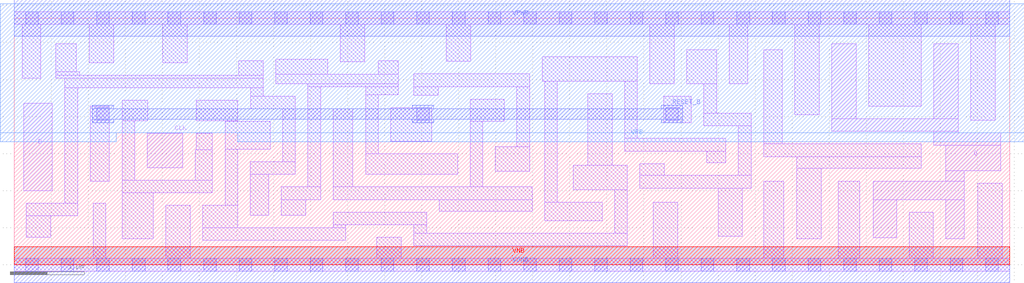
<source format=lef>
# Copyright 2020 The SkyWater PDK Authors
#
# Licensed under the Apache License, Version 2.0 (the "License");
# you may not use this file except in compliance with the License.
# You may obtain a copy of the License at
#
#     https://www.apache.org/licenses/LICENSE-2.0
#
# Unless required by applicable law or agreed to in writing, software
# distributed under the License is distributed on an "AS IS" BASIS,
# WITHOUT WARRANTIES OR CONDITIONS OF ANY KIND, either express or implied.
# See the License for the specific language governing permissions and
# limitations under the License.
#
# SPDX-License-Identifier: Apache-2.0

VERSION 5.7 ;
  NOWIREEXTENSIONATPIN ON ;
  DIVIDERCHAR "/" ;
  BUSBITCHARS "[]" ;
MACRO sky130_fd_sc_ms__dfrtp_4
  CLASS CORE ;
  FOREIGN sky130_fd_sc_ms__dfrtp_4 ;
  ORIGIN  0.000000  0.000000 ;
  SIZE  13.44000 BY  3.330000 ;
  SYMMETRY X Y R90 ;
  SITE unit ;
  PIN D
    ANTENNAGATEAREA  0.138600 ;
    DIRECTION INPUT ;
    USE SIGNAL ;
    PORT
      LAYER li1 ;
        RECT 0.125000 1.000000 0.515000 2.180000 ;
    END
  END D
  PIN Q
    ANTENNADIFFAREA  1.139900 ;
    DIRECTION OUTPUT ;
    USE SIGNAL ;
    PORT
      LAYER li1 ;
        RECT 11.035000 1.800000 12.740000 1.970000 ;
        RECT 11.035000 1.970000 11.365000 2.980000 ;
        RECT 11.595000 0.365000 11.910000 0.880000 ;
        RECT 11.595000 0.880000 12.825000 1.130000 ;
        RECT 12.410000 1.610000 13.315000 1.780000 ;
        RECT 12.410000 1.780000 12.740000 1.800000 ;
        RECT 12.410000 1.970000 12.740000 2.980000 ;
        RECT 12.575000 0.350000 12.825000 0.880000 ;
        RECT 12.575000 1.130000 12.825000 1.270000 ;
        RECT 12.575000 1.270000 13.315000 1.610000 ;
    END
  END Q
  PIN RESET_B
    ANTENNAGATEAREA  0.415800 ;
    DIRECTION INPUT ;
    USE SIGNAL ;
    PORT
      LAYER met1 ;
        RECT 1.055000 1.920000 1.345000 1.965000 ;
        RECT 1.055000 1.965000 9.025000 2.105000 ;
        RECT 1.055000 2.105000 1.345000 2.150000 ;
        RECT 5.375000 1.920000 5.665000 1.965000 ;
        RECT 5.375000 2.105000 5.665000 2.150000 ;
        RECT 8.735000 1.920000 9.025000 1.965000 ;
        RECT 8.735000 2.105000 9.025000 2.150000 ;
    END
  END RESET_B
  PIN CLK
    ANTENNAGATEAREA  0.312600 ;
    DIRECTION INPUT ;
    USE CLOCK ;
    PORT
      LAYER li1 ;
        RECT 1.795000 1.310000 2.275000 1.775000 ;
        RECT 2.045000 1.775000 2.275000 1.780000 ;
    END
  END CLK
  PIN VGND
    DIRECTION INOUT ;
    USE GROUND ;
    PORT
      LAYER met1 ;
        RECT 0.000000 -0.245000 13.440000 0.245000 ;
    END
  END VGND
  PIN VNB
    DIRECTION INOUT ;
    USE GROUND ;
    PORT
      LAYER pwell ;
        RECT 0.000000 0.000000 13.440000 0.245000 ;
    END
  END VNB
  PIN VPB
    DIRECTION INOUT ;
    USE POWER ;
    PORT
      LAYER nwell ;
        RECT -0.190000 1.660000  1.375000 1.780000 ;
        RECT -0.190000 1.780000 13.630000 3.520000 ;
        RECT  3.020000 1.660000 13.630000 1.780000 ;
    END
  END VPB
  PIN VPWR
    DIRECTION INOUT ;
    USE POWER ;
    PORT
      LAYER met1 ;
        RECT 0.000000 3.085000 13.440000 3.575000 ;
    END
  END VPWR
  OBS
    LAYER li1 ;
      RECT  0.000000 -0.085000 13.440000 0.085000 ;
      RECT  0.000000  3.245000 13.440000 3.415000 ;
      RECT  0.110000  2.520000  0.360000 3.245000 ;
      RECT  0.165000  0.370000  0.495000 0.660000 ;
      RECT  0.165000  0.660000  0.855000 0.830000 ;
      RECT  0.560000  2.520000  3.360000 2.560000 ;
      RECT  0.560000  2.560000  0.885000 2.605000 ;
      RECT  0.560000  2.605000  0.840000 2.980000 ;
      RECT  0.685000  0.830000  0.855000 2.390000 ;
      RECT  0.685000  2.390000  3.360000 2.520000 ;
      RECT  1.010000  2.730000  1.340000 3.245000 ;
      RECT  1.025000  1.130000  1.285000 2.140000 ;
      RECT  1.065000  0.085000  1.235000 0.830000 ;
      RECT  1.455000  0.350000  1.875000 0.970000 ;
      RECT  1.455000  0.970000  2.495000 0.975000 ;
      RECT  1.455000  0.975000  2.675000 1.140000 ;
      RECT  1.455000  1.140000  1.625000 1.945000 ;
      RECT  1.455000  1.945000  1.805000 2.220000 ;
      RECT  2.005000  2.730000  2.335000 3.245000 ;
      RECT  2.045000  0.085000  2.375000 0.800000 ;
      RECT  2.445000  1.140000  2.675000 1.550000 ;
      RECT  2.455000  1.550000  2.675000 1.775000 ;
      RECT  2.455000  1.945000  3.020000 2.220000 ;
      RECT  2.545000  0.330000  4.475000 0.500000 ;
      RECT  2.545000  0.500000  3.015000 0.805000 ;
      RECT  2.845000  0.805000  3.015000 1.560000 ;
      RECT  2.845000  1.560000  3.455000 1.935000 ;
      RECT  2.845000  1.935000  3.020000 1.945000 ;
      RECT  3.030000  2.560000  3.360000 2.755000 ;
      RECT  3.185000  0.670000  3.435000 1.220000 ;
      RECT  3.185000  1.220000  3.795000 1.390000 ;
      RECT  3.190000  2.105000  3.795000 2.275000 ;
      RECT  3.190000  2.275000  3.360000 2.390000 ;
      RECT  3.530000  2.445000  5.180000 2.570000 ;
      RECT  3.530000  2.570000  4.230000 2.775000 ;
      RECT  3.605000  0.670000  3.935000 0.880000 ;
      RECT  3.605000  0.880000  4.135000 1.050000 ;
      RECT  3.625000  1.390000  3.795000 2.105000 ;
      RECT  3.965000  1.050000  4.135000 2.400000 ;
      RECT  3.965000  2.400000  5.180000 2.445000 ;
      RECT  4.305000  0.500000  4.475000 0.540000 ;
      RECT  4.305000  0.540000  5.565000 0.710000 ;
      RECT  4.305000  0.880000  6.990000 1.050000 ;
      RECT  4.305000  1.050000  4.570000 2.105000 ;
      RECT  4.400000  2.740000  4.730000 3.245000 ;
      RECT  4.745000  1.220000  5.985000 1.500000 ;
      RECT  4.745000  1.500000  4.915000 2.295000 ;
      RECT  4.745000  2.295000  5.180000 2.400000 ;
      RECT  4.895000  0.085000  5.225000 0.370000 ;
      RECT  4.915000  2.570000  5.180000 2.755000 ;
      RECT  5.085000  1.670000  5.635000 2.120000 ;
      RECT  5.395000  0.255000  8.275000 0.425000 ;
      RECT  5.395000  0.425000  5.565000 0.540000 ;
      RECT  5.395000  2.290000  5.725000 2.405000 ;
      RECT  5.395000  2.405000  6.955000 2.575000 ;
      RECT  5.735000  0.720000  6.990000 0.880000 ;
      RECT  5.830000  2.745000  6.165000 3.245000 ;
      RECT  6.155000  1.050000  6.325000 1.940000 ;
      RECT  6.155000  1.940000  6.615000 2.235000 ;
      RECT  6.495000  1.260000  6.955000 1.590000 ;
      RECT  6.785000  1.590000  6.955000 2.405000 ;
      RECT  7.125000  2.475000  8.410000 2.805000 ;
      RECT  7.160000  0.595000  7.935000 0.845000 ;
      RECT  7.160000  0.845000  7.330000 2.475000 ;
      RECT  7.545000  1.015000  8.275000 1.345000 ;
      RECT  7.740000  1.345000  8.070000 2.305000 ;
      RECT  8.105000  0.425000  8.275000 1.015000 ;
      RECT  8.240000  1.535000  9.605000 1.705000 ;
      RECT  8.240000  1.705000  8.410000 2.475000 ;
      RECT  8.445000  1.035000  9.945000 1.205000 ;
      RECT  8.445000  1.205000  8.775000 1.365000 ;
      RECT  8.580000  2.445000  8.910000 3.245000 ;
      RECT  8.625000  0.085000  8.955000 0.845000 ;
      RECT  8.765000  1.920000  9.140000 2.275000 ;
      RECT  9.080000  2.445000  9.480000 2.905000 ;
      RECT  9.310000  1.875000  9.945000 2.045000 ;
      RECT  9.310000  2.045000  9.480000 2.445000 ;
      RECT  9.345000  1.375000  9.605000 1.535000 ;
      RECT  9.500000  0.385000  9.830000 1.035000 ;
      RECT  9.650000  2.445000  9.900000 3.245000 ;
      RECT  9.775000  1.205000  9.945000 1.875000 ;
      RECT 10.115000  0.085000 10.390000 1.130000 ;
      RECT 10.115000  1.460000 12.240000 1.630000 ;
      RECT 10.115000  1.630000 10.365000 2.905000 ;
      RECT 10.535000  2.025000 10.865000 3.245000 ;
      RECT 10.560000  0.350000 10.890000 1.300000 ;
      RECT 10.560000  1.300000 12.240000 1.460000 ;
      RECT 11.120000  0.085000 11.410000 1.130000 ;
      RECT 11.535000  2.140000 12.240000 3.245000 ;
      RECT 12.080000  0.085000 12.405000 0.710000 ;
      RECT 12.910000  1.950000 13.240000 3.245000 ;
      RECT 13.005000  0.085000 13.335000 1.100000 ;
    LAYER mcon ;
      RECT  0.155000 -0.085000  0.325000 0.085000 ;
      RECT  0.155000  3.245000  0.325000 3.415000 ;
      RECT  0.635000 -0.085000  0.805000 0.085000 ;
      RECT  0.635000  3.245000  0.805000 3.415000 ;
      RECT  1.115000 -0.085000  1.285000 0.085000 ;
      RECT  1.115000  1.950000  1.285000 2.120000 ;
      RECT  1.115000  3.245000  1.285000 3.415000 ;
      RECT  1.595000 -0.085000  1.765000 0.085000 ;
      RECT  1.595000  3.245000  1.765000 3.415000 ;
      RECT  2.075000 -0.085000  2.245000 0.085000 ;
      RECT  2.075000  3.245000  2.245000 3.415000 ;
      RECT  2.555000 -0.085000  2.725000 0.085000 ;
      RECT  2.555000  3.245000  2.725000 3.415000 ;
      RECT  3.035000 -0.085000  3.205000 0.085000 ;
      RECT  3.035000  3.245000  3.205000 3.415000 ;
      RECT  3.515000 -0.085000  3.685000 0.085000 ;
      RECT  3.515000  3.245000  3.685000 3.415000 ;
      RECT  3.995000 -0.085000  4.165000 0.085000 ;
      RECT  3.995000  3.245000  4.165000 3.415000 ;
      RECT  4.475000 -0.085000  4.645000 0.085000 ;
      RECT  4.475000  3.245000  4.645000 3.415000 ;
      RECT  4.955000 -0.085000  5.125000 0.085000 ;
      RECT  4.955000  3.245000  5.125000 3.415000 ;
      RECT  5.435000 -0.085000  5.605000 0.085000 ;
      RECT  5.435000  1.950000  5.605000 2.120000 ;
      RECT  5.435000  3.245000  5.605000 3.415000 ;
      RECT  5.915000 -0.085000  6.085000 0.085000 ;
      RECT  5.915000  3.245000  6.085000 3.415000 ;
      RECT  6.395000 -0.085000  6.565000 0.085000 ;
      RECT  6.395000  3.245000  6.565000 3.415000 ;
      RECT  6.875000 -0.085000  7.045000 0.085000 ;
      RECT  6.875000  3.245000  7.045000 3.415000 ;
      RECT  7.355000 -0.085000  7.525000 0.085000 ;
      RECT  7.355000  3.245000  7.525000 3.415000 ;
      RECT  7.835000 -0.085000  8.005000 0.085000 ;
      RECT  7.835000  3.245000  8.005000 3.415000 ;
      RECT  8.315000 -0.085000  8.485000 0.085000 ;
      RECT  8.315000  3.245000  8.485000 3.415000 ;
      RECT  8.795000 -0.085000  8.965000 0.085000 ;
      RECT  8.795000  1.950000  8.965000 2.120000 ;
      RECT  8.795000  3.245000  8.965000 3.415000 ;
      RECT  9.275000 -0.085000  9.445000 0.085000 ;
      RECT  9.275000  3.245000  9.445000 3.415000 ;
      RECT  9.755000 -0.085000  9.925000 0.085000 ;
      RECT  9.755000  3.245000  9.925000 3.415000 ;
      RECT 10.235000 -0.085000 10.405000 0.085000 ;
      RECT 10.235000  3.245000 10.405000 3.415000 ;
      RECT 10.715000 -0.085000 10.885000 0.085000 ;
      RECT 10.715000  3.245000 10.885000 3.415000 ;
      RECT 11.195000 -0.085000 11.365000 0.085000 ;
      RECT 11.195000  3.245000 11.365000 3.415000 ;
      RECT 11.675000 -0.085000 11.845000 0.085000 ;
      RECT 11.675000  3.245000 11.845000 3.415000 ;
      RECT 12.155000 -0.085000 12.325000 0.085000 ;
      RECT 12.155000  3.245000 12.325000 3.415000 ;
      RECT 12.635000 -0.085000 12.805000 0.085000 ;
      RECT 12.635000  3.245000 12.805000 3.415000 ;
      RECT 13.115000 -0.085000 13.285000 0.085000 ;
      RECT 13.115000  3.245000 13.285000 3.415000 ;
  END
END sky130_fd_sc_ms__dfrtp_4
END LIBRARY

</source>
